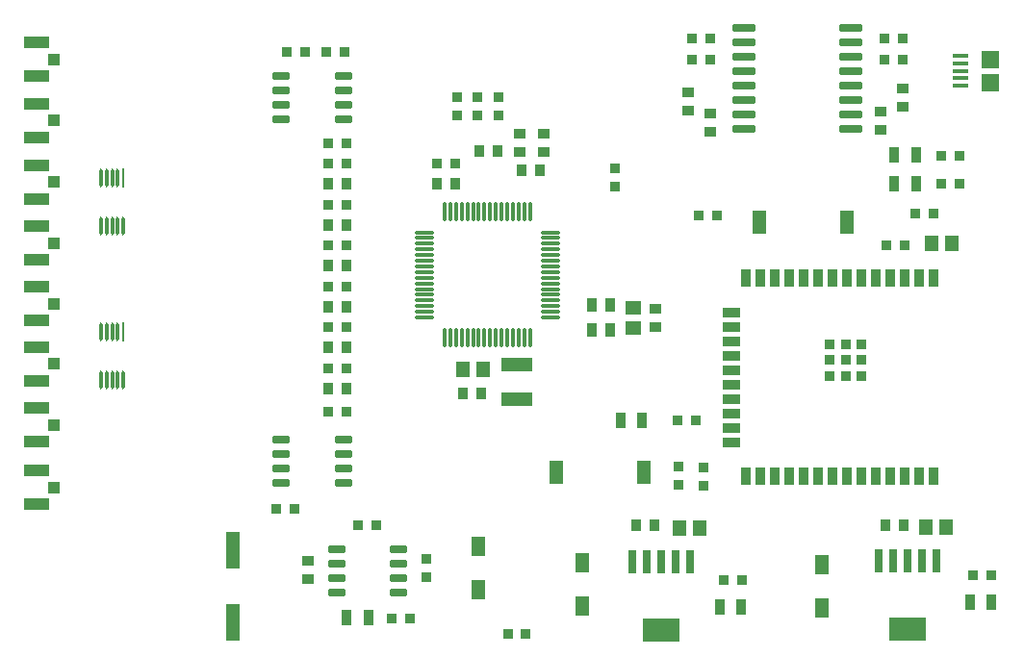
<source format=gtp>
G04*
G04 #@! TF.GenerationSoftware,Altium Limited,Altium Designer,22.11.1 (43)*
G04*
G04 Layer_Color=5050912*
%FSLAX44Y44*%
%MOMM*%
G71*
G04*
G04 #@! TF.SameCoordinates,C851D113-A8C7-42F9-9C4B-FB2C255A0ABB*
G04*
G04*
G04 #@! TF.FilePolarity,Positive*
G04*
G01*
G75*
%ADD16R,1.1500X1.4500*%
%ADD17R,0.9500X1.0000*%
%ADD18R,0.9500X0.9500*%
%ADD19R,0.2758X1.6544*%
G04:AMPARAMS|DCode=20|XSize=1.6544mm|YSize=0.2758mm|CornerRadius=0.1379mm|HoleSize=0mm|Usage=FLASHONLY|Rotation=270.000|XOffset=0mm|YOffset=0mm|HoleType=Round|Shape=RoundedRectangle|*
%AMROUNDEDRECTD20*
21,1,1.6544,0.0000,0,0,270.0*
21,1,1.3786,0.2758,0,0,270.0*
1,1,0.2758,0.0000,-0.6893*
1,1,0.2758,0.0000,0.6893*
1,1,0.2758,0.0000,0.6893*
1,1,0.2758,0.0000,-0.6893*
%
%ADD20ROUNDEDRECTD20*%
G04:AMPARAMS|DCode=21|XSize=0.6mm|YSize=1.45mm|CornerRadius=0.03mm|HoleSize=0mm|Usage=FLASHONLY|Rotation=270.000|XOffset=0mm|YOffset=0mm|HoleType=Round|Shape=RoundedRectangle|*
%AMROUNDEDRECTD21*
21,1,0.6000,1.3900,0,0,270.0*
21,1,0.5400,1.4500,0,0,270.0*
1,1,0.0600,-0.6950,-0.2700*
1,1,0.0600,-0.6950,0.2700*
1,1,0.0600,0.6950,0.2700*
1,1,0.0600,0.6950,-0.2700*
%
%ADD21ROUNDEDRECTD21*%
%ADD22R,2.7000X1.3000*%
%ADD23R,0.9500X0.9500*%
%ADD24R,0.9000X1.4000*%
%ADD25R,1.0000X0.9500*%
%ADD26R,1.3000X3.3000*%
%ADD27R,1.1500X1.4500*%
%ADD28R,1.3000X1.8000*%
%ADD29R,1.0500X1.0500*%
%ADD30R,2.2000X1.0500*%
%ADD31R,1.2500X2.1000*%
%ADD32R,0.6500X2.0000*%
%ADD33R,3.2000X2.0000*%
%ADD34R,0.9500X1.2000*%
%ADD35R,1.4500X1.1500*%
G04:AMPARAMS|DCode=36|XSize=0.6mm|YSize=2mm|CornerRadius=0.03mm|HoleSize=0mm|Usage=FLASHONLY|Rotation=270.000|XOffset=0mm|YOffset=0mm|HoleType=Round|Shape=RoundedRectangle|*
%AMROUNDEDRECTD36*
21,1,0.6000,1.9400,0,0,270.0*
21,1,0.5400,2.0000,0,0,270.0*
1,1,0.0600,-0.9700,-0.2700*
1,1,0.0600,-0.9700,0.2700*
1,1,0.0600,0.9700,0.2700*
1,1,0.0600,0.9700,-0.2700*
%
%ADD36ROUNDEDRECTD36*%
%ADD37O,1.8000X0.3000*%
%ADD38O,0.3000X1.8000*%
%ADD39R,0.9000X1.5000*%
%ADD40R,1.5000X0.9000*%
%ADD41R,0.9000X0.9000*%
%ADD42R,1.5500X1.5000*%
%ADD43R,1.3500X0.4000*%
D16*
X762643Y930288D02*
D03*
X744643D02*
D03*
X961560Y930800D02*
D03*
X979560D02*
D03*
X966495Y1180550D02*
D03*
X984495D02*
D03*
D17*
X435860Y1124800D02*
D03*
X451860D02*
D03*
X435860Y1088800D02*
D03*
X451860D02*
D03*
X435860Y1052800D02*
D03*
X451860D02*
D03*
X435860Y1196800D02*
D03*
X451860D02*
D03*
X435860Y1232800D02*
D03*
X451860D02*
D03*
X436110Y1160800D02*
D03*
X452110D02*
D03*
X554299Y1048800D02*
D03*
X570299D02*
D03*
X722755Y932288D02*
D03*
X706755D02*
D03*
X941860Y932800D02*
D03*
X925860D02*
D03*
X568860Y1262005D02*
D03*
X584860D02*
D03*
X605860Y1244800D02*
D03*
X621860D02*
D03*
X531299Y1232800D02*
D03*
X547299D02*
D03*
D18*
X452110Y1142800D02*
D03*
X436110D02*
D03*
X451860Y1070800D02*
D03*
X435860D02*
D03*
X451860Y1106800D02*
D03*
X435860D02*
D03*
X451860Y1268800D02*
D03*
X435860D02*
D03*
X451860Y1214800D02*
D03*
X435860D02*
D03*
X451860Y1178800D02*
D03*
X435860D02*
D03*
X451860Y1250800D02*
D03*
X435860D02*
D03*
X415860Y1348800D02*
D03*
X399860D02*
D03*
X449860D02*
D03*
X433860D02*
D03*
X462370Y932800D02*
D03*
X478370D02*
D03*
X491860Y850800D02*
D03*
X507860D02*
D03*
X451860Y1032800D02*
D03*
X435860D02*
D03*
X405860Y946800D02*
D03*
X389860D02*
D03*
X593860Y836800D02*
D03*
X609860D02*
D03*
X783643Y884288D02*
D03*
X799643D02*
D03*
X1019050Y888800D02*
D03*
X1003050D02*
D03*
X742932Y1024800D02*
D03*
X758932D02*
D03*
X991441Y1232800D02*
D03*
X975441D02*
D03*
X968745Y1206800D02*
D03*
X952745D02*
D03*
X991441Y1257550D02*
D03*
X975441D02*
D03*
X755860Y1342288D02*
D03*
X771860D02*
D03*
X755860Y1360600D02*
D03*
X771860D02*
D03*
X925110D02*
D03*
X941110D02*
D03*
X925110Y1342500D02*
D03*
X941110D02*
D03*
X926860Y1179178D02*
D03*
X942860D02*
D03*
X761860Y1204800D02*
D03*
X777860D02*
D03*
X547299Y1250800D02*
D03*
X531299D02*
D03*
D19*
X255860Y1102752D02*
D03*
Y1237803D02*
D03*
D20*
X250860Y1102752D02*
D03*
X245860D02*
D03*
X240860D02*
D03*
X235860D02*
D03*
Y1060746D02*
D03*
X240860D02*
D03*
X245860D02*
D03*
X250860D02*
D03*
X255860D02*
D03*
X250860Y1237803D02*
D03*
X245860D02*
D03*
X240860D02*
D03*
X235860D02*
D03*
Y1195797D02*
D03*
X240860D02*
D03*
X245860D02*
D03*
X250860D02*
D03*
X255860D02*
D03*
D21*
X449110Y1302450D02*
D03*
Y1315150D02*
D03*
Y1327850D02*
D03*
X394610Y1315150D02*
D03*
Y1327850D02*
D03*
Y1302450D02*
D03*
Y1289750D02*
D03*
X449110D02*
D03*
X443120Y898932D02*
D03*
Y886232D02*
D03*
Y873532D02*
D03*
X497620Y886232D02*
D03*
Y873532D02*
D03*
Y898932D02*
D03*
Y911632D02*
D03*
X443120D02*
D03*
X449110Y982450D02*
D03*
Y995150D02*
D03*
Y1007850D02*
D03*
X394610Y995150D02*
D03*
Y1007850D02*
D03*
Y982450D02*
D03*
Y969750D02*
D03*
X449110D02*
D03*
D22*
X601860Y1073800D02*
D03*
Y1043800D02*
D03*
D23*
X522370Y886982D02*
D03*
Y902982D02*
D03*
X765860Y967300D02*
D03*
Y983300D02*
D03*
X743860Y968300D02*
D03*
Y984300D02*
D03*
X687860Y1246800D02*
D03*
Y1230800D02*
D03*
X585360Y1293300D02*
D03*
Y1309300D02*
D03*
X549360Y1293300D02*
D03*
Y1309300D02*
D03*
X567360D02*
D03*
Y1293300D02*
D03*
D24*
X452360Y851300D02*
D03*
X471360D02*
D03*
X799143Y860288D02*
D03*
X780143D02*
D03*
X1019360Y864800D02*
D03*
X1000360D02*
D03*
X692860Y1024800D02*
D03*
X711860D02*
D03*
X933860Y1232800D02*
D03*
X952860D02*
D03*
X933860Y1258800D02*
D03*
X952860D02*
D03*
D25*
X418370Y884982D02*
D03*
Y900982D02*
D03*
X723860Y1107300D02*
D03*
Y1123300D02*
D03*
X941360Y1300800D02*
D03*
Y1316800D02*
D03*
X752610Y1313100D02*
D03*
Y1297100D02*
D03*
X771860Y1278800D02*
D03*
Y1294800D02*
D03*
X921860Y1296800D02*
D03*
Y1280800D02*
D03*
X625860Y1277300D02*
D03*
Y1261300D02*
D03*
X604428Y1277300D02*
D03*
Y1261300D02*
D03*
D26*
X351860Y846800D02*
D03*
Y910800D02*
D03*
D27*
X572299Y1069300D02*
D03*
X554299D02*
D03*
D28*
X567860Y875982D02*
D03*
Y913982D02*
D03*
X659643Y899288D02*
D03*
Y861288D02*
D03*
X869860Y859800D02*
D03*
Y897800D02*
D03*
D29*
X194862Y965898D02*
D03*
Y1127442D02*
D03*
Y1180782D02*
D03*
Y1020762D02*
D03*
Y1074610D02*
D03*
Y1288732D02*
D03*
Y1234630D02*
D03*
Y1342580D02*
D03*
D30*
X179612Y951148D02*
D03*
Y980648D02*
D03*
Y1112692D02*
D03*
Y1142192D02*
D03*
Y1166032D02*
D03*
Y1195532D02*
D03*
Y1006012D02*
D03*
Y1035512D02*
D03*
Y1059860D02*
D03*
Y1089360D02*
D03*
Y1273982D02*
D03*
Y1303482D02*
D03*
Y1219880D02*
D03*
Y1249380D02*
D03*
Y1327830D02*
D03*
Y1357330D02*
D03*
D31*
X636360Y978800D02*
D03*
X713860D02*
D03*
X815110Y1198800D02*
D03*
X892610D02*
D03*
D32*
X754343Y900288D02*
D03*
X741643D02*
D03*
X728943D02*
D03*
X716243D02*
D03*
X703543D02*
D03*
X971010Y901340D02*
D03*
X945610D02*
D03*
X932910D02*
D03*
X920210D02*
D03*
X958310D02*
D03*
D33*
X728943Y840288D02*
D03*
X945610Y841340D02*
D03*
D34*
X684110Y1104300D02*
D03*
Y1126300D02*
D03*
X667610D02*
D03*
Y1104300D02*
D03*
D35*
X703860Y1105800D02*
D03*
Y1123800D02*
D03*
D36*
X895510Y1281700D02*
D03*
Y1294400D02*
D03*
Y1307100D02*
D03*
Y1319800D02*
D03*
Y1332500D02*
D03*
Y1345200D02*
D03*
Y1357900D02*
D03*
Y1370600D02*
D03*
X801510Y1281700D02*
D03*
Y1294400D02*
D03*
Y1307100D02*
D03*
Y1319800D02*
D03*
Y1332500D02*
D03*
Y1345200D02*
D03*
Y1357900D02*
D03*
Y1370600D02*
D03*
D37*
X520360Y1190300D02*
D03*
Y1185300D02*
D03*
Y1180300D02*
D03*
Y1175300D02*
D03*
Y1170300D02*
D03*
Y1165300D02*
D03*
Y1160300D02*
D03*
Y1155300D02*
D03*
Y1150300D02*
D03*
Y1145300D02*
D03*
Y1140300D02*
D03*
Y1135300D02*
D03*
Y1130300D02*
D03*
Y1125300D02*
D03*
Y1120300D02*
D03*
Y1115300D02*
D03*
X631360D02*
D03*
Y1120300D02*
D03*
Y1125300D02*
D03*
Y1130300D02*
D03*
Y1135300D02*
D03*
Y1140300D02*
D03*
Y1145300D02*
D03*
Y1150300D02*
D03*
Y1155300D02*
D03*
Y1160300D02*
D03*
Y1165300D02*
D03*
Y1170300D02*
D03*
Y1175300D02*
D03*
Y1180300D02*
D03*
Y1185300D02*
D03*
Y1190300D02*
D03*
D38*
X538360Y1097300D02*
D03*
X543360D02*
D03*
X548360D02*
D03*
X553360D02*
D03*
X558360D02*
D03*
X563360D02*
D03*
X568360D02*
D03*
X573360D02*
D03*
X578360D02*
D03*
X583360D02*
D03*
X588360D02*
D03*
X593360D02*
D03*
X598360D02*
D03*
X603360D02*
D03*
X608360D02*
D03*
X613360D02*
D03*
Y1208300D02*
D03*
X608360D02*
D03*
X603360D02*
D03*
X598360D02*
D03*
X593360D02*
D03*
X588360D02*
D03*
X583360D02*
D03*
X578360D02*
D03*
X573360D02*
D03*
X568360D02*
D03*
X563360D02*
D03*
X558360D02*
D03*
X553360D02*
D03*
X548360D02*
D03*
X543360D02*
D03*
X538360D02*
D03*
D39*
X968460Y1150300D02*
D03*
X955760D02*
D03*
X943060D02*
D03*
X930360D02*
D03*
X917660D02*
D03*
X904960D02*
D03*
X892260D02*
D03*
X879560D02*
D03*
X866860D02*
D03*
X854160D02*
D03*
X841460D02*
D03*
X828760D02*
D03*
X816060D02*
D03*
X803360D02*
D03*
Y975300D02*
D03*
X816060D02*
D03*
X828760D02*
D03*
X841460D02*
D03*
X854160D02*
D03*
X866860D02*
D03*
X879560D02*
D03*
X892260D02*
D03*
X904960D02*
D03*
X917660D02*
D03*
X930360D02*
D03*
X943060D02*
D03*
X955760D02*
D03*
X968460D02*
D03*
D40*
X790860Y1119900D02*
D03*
Y1107200D02*
D03*
Y1094500D02*
D03*
Y1081800D02*
D03*
Y1069100D02*
D03*
Y1056400D02*
D03*
Y1043700D02*
D03*
Y1031000D02*
D03*
Y1018300D02*
D03*
Y1005600D02*
D03*
D41*
X905260Y1091800D02*
D03*
Y1077800D02*
D03*
Y1063800D02*
D03*
X891260Y1091800D02*
D03*
Y1077800D02*
D03*
Y1063800D02*
D03*
X877260Y1091800D02*
D03*
Y1077800D02*
D03*
Y1063800D02*
D03*
D42*
X1018610Y1322300D02*
D03*
Y1342300D02*
D03*
D43*
X991860Y1338800D02*
D03*
Y1345300D02*
D03*
Y1325800D02*
D03*
Y1332300D02*
D03*
Y1319300D02*
D03*
M02*

</source>
